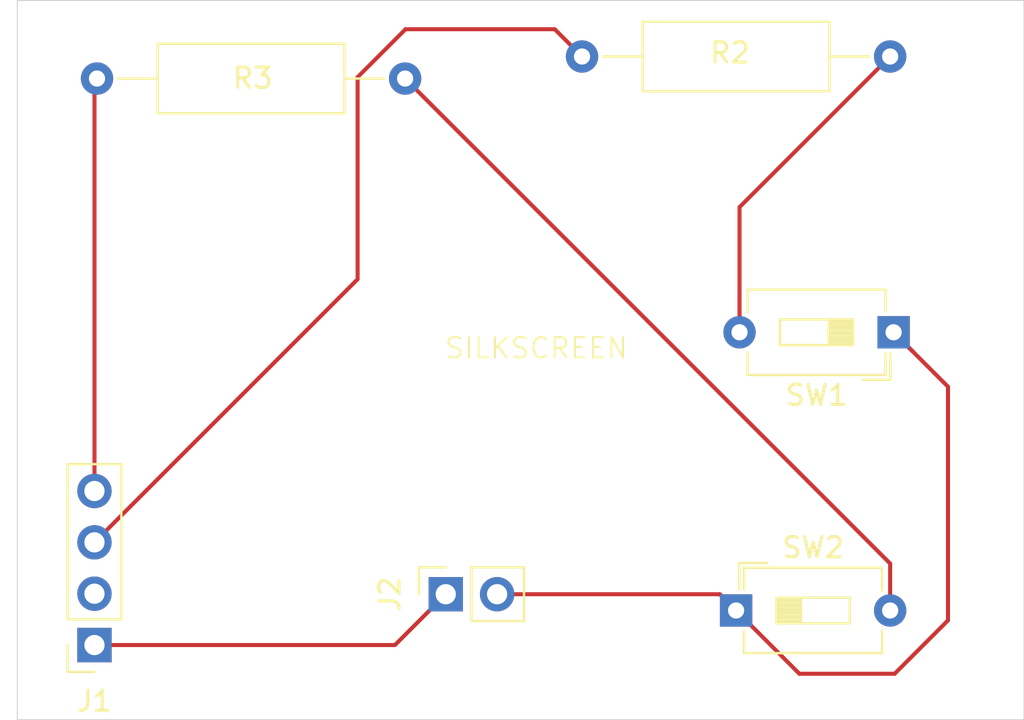
<source format=kicad_pcb>
(kicad_pcb (version 20240108) (generator "pcbnew") (generator_version "8.0")
  (layers (0 "F.Cu" signal) (31 "B.Cu" signal) (34 "B.Paste" user) (35 "F.Paste" user) (36 "B.SilkS" user "B.Silkscreen") (37 "F.SilkS" user "F.Silkscreen") (38 "B.Mask" user) (39 "F.Mask" user) (44 "Edge.Cuts" user))
  (net 0 "")
  (net 1 "/5V")
  (net 2 "Net-(J1-Pin_3)")
  (net 4 "Net-(J1-Pin_4)")
  (net 5 "/GND")
  (net 6 "/LEDR")
  (net 7 "/LEDB")
  (footprint "Resistor_THT:R_Axial_DIN0309_L9.0mm_D3.2mm_P15.24mm_Horizontal" (layer "F.Cu") (at 54.46 23.31)
    (property "Reference" "R3" (at 7.7 -0.02 0) (layer "F.SilkS"))
    (property "Value" "330")
    (fp_line (start 1.04 0) (end 3 0) (stroke (width 0.12)) (layer "F.SilkS"))
    (fp_line (start 3 -1.72) (end 3 1.72) (stroke (width 0.12)) (layer "F.SilkS"))
    (fp_line (start 3 1.72) (end 12.24 1.72) (stroke (width 0.12)) (layer "F.SilkS"))
    (fp_line (start 12.24 -1.72) (end 3 -1.72) (stroke (width 0.12)) (layer "F.SilkS"))
    (fp_line (start 12.24 1.72) (end 12.24 -1.72) (stroke (width 0.12)) (layer "F.SilkS"))
    (fp_line (start 14.2 0) (end 12.24 0) (stroke (width 0.12)) (layer "F.SilkS"))
    (pad "1" thru_hole circle (at 0 0) (size 1.6 1.6) (drill 0.8) (layers "*.Cu" "*.Mask") (net 4 "Net-(J1-Pin_4)"))
    (pad "2" thru_hole oval (at 15.24 0) (size 1.6 1.6) (drill 0.8) (layers "*.Cu" "*.Mask") (net 7 "/LEDB"))
  )
  (footprint "Resistor_THT:R_Axial_DIN0309_L9.0mm_D3.2mm_P15.24mm_Horizontal" (layer "F.Cu") (at 93.69 22.22 180)
    (property "Reference" "R2" (at 7.92 0.18 360) (layer "F.SilkS"))
    (property "Value" "330")
    (fp_line (start 14.2 0) (end 12.24 0) (stroke (width 0.12)) (layer "F.SilkS"))
    (fp_line (start 12.24 1.72) (end 12.24 -1.72) (stroke (width 0.12)) (layer "F.SilkS"))
    (fp_line (start 12.24 -1.72) (end 3 -1.72) (stroke (width 0.12)) (layer "F.SilkS"))
    (fp_line (start 3 1.72) (end 12.24 1.72) (stroke (width 0.12)) (layer "F.SilkS"))
    (fp_line (start 3 -1.72) (end 3 1.72) (stroke (width 0.12)) (layer "F.SilkS"))
    (fp_line (start 1.04 0) (end 3 0) (stroke (width 0.12)) (layer "F.SilkS"))
    (pad "1" thru_hole circle (at 0 0 180) (size 1.6 1.6) (drill 0.8) (layers "*.Cu" "*.Mask") (net 6 "/LEDR"))
    (pad "2" thru_hole oval (at 15.24 0 180) (size 1.6 1.6) (drill 0.8) (layers "*.Cu" "*.Mask") (net 2 "Net-(J1-Pin_3)"))
  )
  (footprint "Connector_PinSocket_2.54mm:PinSocket_1x04_P2.54mm_Vertical" (layer "F.Cu") (at 54.335 51.33 180)
    (property "Reference" "J1" (at 0 -2.77 360) (layer "F.SilkS"))
    (property "Value" "Conn_01x04")
    (fp_line (start 1.33 1.27) (end 1.33 8.95) (stroke (width 0.12)) (layer "F.SilkS"))
    (fp_line (start 1.33 -1.33) (end 1.33 0) (stroke (width 0.12)) (layer "F.SilkS"))
    (fp_line (start 0 -1.33) (end 1.33 -1.33) (stroke (width 0.12)) (layer "F.SilkS"))
    (fp_line (start -1.33 8.95) (end 1.33 8.95) (stroke (width 0.12)) (layer "F.SilkS"))
    (fp_line (start -1.33 1.27) (end 1.33 1.27) (stroke (width 0.12)) (layer "F.SilkS"))
    (fp_line (start -1.33 1.27) (end -1.33 8.95) (stroke (width 0.12)) (layer "F.SilkS"))
    (pad "1" thru_hole rect (at 0 0 180) (size 1.7 1.7) (drill 1) (layers "*.Cu" "*.Mask") (net 1 "/5V"))
    (pad "2" thru_hole oval (at 0 2.54 180) (size 1.7 1.7) (drill 1) (layers "*.Cu" "*.Mask"))
    (pad "3" thru_hole oval (at 0 5.08 180) (size 1.7 1.7) (drill 1) (layers "*.Cu" "*.Mask") (net 2 "Net-(J1-Pin_3)"))
    (pad "4" thru_hole oval (at 0 7.62 180) (size 1.7 1.7) (drill 1) (layers "*.Cu" "*.Mask") (net 4 "Net-(J1-Pin_4)"))
  )
  (footprint "Button_Switch_THT:SW_DIP_SPSTx01_Slide_6.7x4.1mm_W7.62mm_P2.54mm_LowProfile" (layer "F.Cu") (at 93.86 35.86 180)
    (property "Reference" "SW1" (at 3.81 -3.11 360) (layer "F.SilkS"))
    (property "Value" "SW_SPST")
    (fp_line (start 7.221 0.99) (end 7.221 2.11) (stroke (width 0.12)) (layer "F.SilkS"))
    (fp_line (start 7.221 -2.11) (end 7.221 -0.99) (stroke (width 0.12)) (layer "F.SilkS"))
    (fp_line (start 5.62 0.635) (end 5.62 -0.635) (stroke (width 0.12)) (layer "F.SilkS"))
    (fp_line (start 5.62 -0.635) (end 2 -0.635) (stroke (width 0.12)) (layer "F.SilkS"))
    (fp_line (start 3.206667 -0.635) (end 3.206667 0.635) (stroke (width 0.12)) (layer "F.SilkS"))
    (fp_line (start 2 0.635) (end 5.62 0.635) (stroke (width 0.12)) (layer "F.SilkS"))
    (fp_line (start 2 0.565) (end 3.206667 0.565) (stroke (width 0.12)) (layer "F.SilkS"))
    (fp_line (start 2 0.445) (end 3.206667 0.445) (stroke (width 0.12)) (layer "F.SilkS"))
    (fp_line (start 2 0.325) (end 3.206667 0.325) (stroke (width 0.12)) (layer "F.SilkS"))
    (fp_line (start 2 0.205) (end 3.206667 0.205) (stroke (width 0.12)) (layer "F.SilkS"))
    (fp_line (start 2 0.085) (end 3.206667 0.085) (stroke (width 0.12)) (layer "F.SilkS"))
    (fp_line (start 2 -0.035) (end 3.206667 -0.035) (stroke (width 0.12)) (layer "F.SilkS"))
    (fp_line (start 2 -0.155) (end 3.206667 -0.155) (stroke (width 0.12)) (layer "F.SilkS"))
    (fp_line (start 2 -0.275) (end 3.206667 -0.275) (stroke (width 0.12)) (layer "F.SilkS"))
    (fp_line (start 2 -0.395) (end 3.206667 -0.395) (stroke (width 0.12)) (layer "F.SilkS"))
    (fp_line (start 2 -0.515) (end 3.206667 -0.515) (stroke (width 0.12)) (layer "F.SilkS"))
    (fp_line (start 2 -0.635) (end 2 0.635) (stroke (width 0.12)) (layer "F.SilkS"))
    (fp_line (start 0.4 2.11) (end 7.221 2.11) (stroke (width 0.12)) (layer "F.SilkS"))
    (fp_line (start 0.4 1.04) (end 0.4 2.11) (stroke (width 0.12)) (layer "F.SilkS"))
    (fp_line (start 0.4 -2.11) (end 7.221 -2.11) (stroke (width 0.12)) (layer "F.SilkS"))
    (fp_line (start 0.4 -2.11) (end 0.4 -1.04) (stroke (width 0.12)) (layer "F.SilkS"))
    (fp_line (start 0.16 -2.35) (end 1.543 -2.35) (stroke (width 0.12)) (layer "F.SilkS"))
    (fp_line (start 0.16 -2.35) (end 0.16 -1.04) (stroke (width 0.12)) (layer "F.SilkS"))
    (pad "1" thru_hole rect (at 0 0 180) (size 1.6 1.6) (drill 0.8) (layers "*.Cu" "*.Mask") (net 5 "/GND"))
    (pad "2" thru_hole oval (at 7.62 0 180) (size 1.6 1.6) (drill 0.8) (layers "*.Cu" "*.Mask") (net 6 "/LEDR"))
  )
  (footprint "Connector_PinSocket_2.54mm:PinSocket_1x02_P2.54mm_Vertical" (layer "F.Cu") (at 71.71 48.815 90)
    (property "Reference" "J2" (at 0 -2.77 90) (layer "F.SilkS"))
    (property "Value" "Conn_01x02")
    (fp_line (start 1.33 -1.33) (end 1.33 0) (stroke (width 0.12)) (layer "F.SilkS"))
    (fp_line (start 0 -1.33) (end 1.33 -1.33) (stroke (width 0.12)) (layer "F.SilkS"))
    (fp_line (start 1.33 1.27) (end 1.33 3.87) (stroke (width 0.12)) (layer "F.SilkS"))
    (fp_line (start -1.33 1.27) (end 1.33 1.27) (stroke (width 0.12)) (layer "F.SilkS"))
    (fp_line (start -1.33 1.27) (end -1.33 3.87) (stroke (width 0.12)) (layer "F.SilkS"))
    (fp_line (start -1.33 3.87) (end 1.33 3.87) (stroke (width 0.12)) (layer "F.SilkS"))
    (pad "1" thru_hole rect (at 0 0 90) (size 1.7 1.7) (drill 1) (layers "*.Cu" "*.Mask") (net 1 "/5V"))
    (pad "2" thru_hole oval (at 0 2.54 90) (size 1.7 1.7) (drill 1) (layers "*.Cu" "*.Mask") (net 5 "/GND"))
  )
  (footprint "Button_Switch_THT:SW_DIP_SPSTx01_Slide_6.7x4.1mm_W7.62mm_P2.54mm_LowProfile" (layer "F.Cu") (at 86.07 49.62)
    (property "Reference" "SW2" (at 3.81 -3.11 360) (layer "F.SilkS"))
    (property "Value" "SW_SPST")
    (fp_line (start 0.16 -2.35) (end 0.16 -1.04) (stroke (width 0.12)) (layer "F.SilkS"))
    (fp_line (start 0.16 -2.35) (end 1.543 -2.35) (stroke (width 0.12)) (layer "F.SilkS"))
    (fp_line (start 0.4 -2.11) (end 0.4 -1.04) (stroke (width 0.12)) (layer "F.SilkS"))
    (fp_line (start 0.4 -2.11) (end 7.221 -2.11) (stroke (width 0.12)) (layer "F.SilkS"))
    (fp_line (start 0.4 1.04) (end 0.4 2.11) (stroke (width 0.12)) (layer "F.SilkS"))
    (fp_line (start 0.4 2.11) (end 7.221 2.11) (stroke (width 0.12)) (layer "F.SilkS"))
    (fp_line (start 2 -0.635) (end 2 0.635) (stroke (width 0.12)) (layer "F.SilkS"))
    (fp_line (start 2 -0.515) (end 3.206667 -0.515) (stroke (width 0.12)) (layer "F.SilkS"))
    (fp_line (start 2 -0.395) (end 3.206667 -0.395) (stroke (width 0.12)) (layer "F.SilkS"))
    (fp_line (start 2 -0.275) (end 3.206667 -0.275) (stroke (width 0.12)) (layer "F.SilkS"))
    (fp_line (start 2 -0.155) (end 3.206667 -0.155) (stroke (width 0.12)) (layer "F.SilkS"))
    (fp_line (start 2 -0.035) (end 3.206667 -0.035) (stroke (width 0.12)) (layer "F.SilkS"))
    (fp_line (start 2 0.085) (end 3.206667 0.085) (stroke (width 0.12)) (layer "F.SilkS"))
    (fp_line (start 2 0.205) (end 3.206667 0.205) (stroke (width 0.12)) (layer "F.SilkS"))
    (fp_line (start 2 0.325) (end 3.206667 0.325) (stroke (width 0.12)) (layer "F.SilkS"))
    (fp_line (start 2 0.445) (end 3.206667 0.445) (stroke (width 0.12)) (layer "F.SilkS"))
    (fp_line (start 2 0.565) (end 3.206667 0.565) (stroke (width 0.12)) (layer "F.SilkS"))
    (fp_line (start 2 0.635) (end 5.62 0.635) (stroke (width 0.12)) (layer "F.SilkS"))
    (fp_line (start 3.206667 -0.635) (end 3.206667 0.635) (stroke (width 0.12)) (layer "F.SilkS"))
    (fp_line (start 5.62 -0.635) (end 2 -0.635) (stroke (width 0.12)) (layer "F.SilkS"))
    (fp_line (start 5.62 0.635) (end 5.62 -0.635) (stroke (width 0.12)) (layer "F.SilkS"))
    (fp_line (start 7.221 -2.11) (end 7.221 -0.99) (stroke (width 0.12)) (layer "F.SilkS"))
    (fp_line (start 7.221 0.99) (end 7.221 2.11) (stroke (width 0.12)) (layer "F.SilkS"))
    (pad "1" thru_hole rect (at 0 0) (size 1.6 1.6) (drill 0.8) (layers "*.Cu" "*.Mask") (net 5 "/GND"))
    (pad "2" thru_hole oval (at 7.62 0) (size 1.6 1.6) (drill 0.8) (layers "*.Cu" "*.Mask") (net 7 "/LEDB"))
  )
  (gr_rect (start 50.52 19.45) (end 100.31 55.02) (stroke (width 0.05)) (fill none) (layer "Edge.Cuts"))
  (gr_text "SILKSCREEN\n" (at 71.6 37.23 0) (layer "F.SilkS") (effects (font (size 1 1) (thickness 0.1)) (justify left bottom)))
  (segment (start 54.335 51.33) (end 69.195 51.33) (width 0.2) (layer "F.Cu") (net 1))
  (segment (start 69.195 51.33) (end 71.71 48.815) (width 0.2) (layer "F.Cu") (net 1))
  (segment (start 77.1 20.87) (end 78.45 22.22) (width 0.2) (layer "F.Cu") (net 2))
  (segment (start 67.35 33.235) (end 67.35 23.24) (width 0.2) (layer "F.Cu") (net 2))
  (segment (start 69.72 20.87) (end 77.1 20.87) (width 0.2) (layer "F.Cu") (net 2))
  (segment (start 67.35 23.24) (end 69.72 20.87) (width 0.2) (layer "F.Cu") (net 2))
  (segment (start 54.335 46.25) (end 67.35 33.235) (width 0.2) (layer "F.Cu") (net 2))
  (segment (start 54.335 23.435) (end 54.46 23.31) (width 0.2) (layer "F.Cu") (net 4))
  (segment (start 54.335 43.71) (end 54.335 23.435) (width 0.2) (layer "F.Cu") (net 4))
  (segment (start 85.265 48.815) (end 86.07 49.62) (width 0.2) (layer "F.Cu") (net 5))
  (segment (start 93.91 52.75) (end 89.2 52.75) (width 0.2) (layer "F.Cu") (net 5))
  (segment (start 74.25 48.815) (end 85.265 48.815) (width 0.2) (layer "F.Cu") (net 5))
  (segment (start 94.81 36.81) (end 93.86 35.86) (width 0.2) (layer "F.Cu") (net 5))
  (segment (start 96.55 38.55) (end 96.55 50.11) (width 0.2) (layer "F.Cu") (net 5))
  (segment (start 96.55 50.11) (end 93.91 52.75) (width 0.2) (layer "F.Cu") (net 5))
  (segment (start 93.86 35.86) (end 96.55 38.55) (width 0.2) (layer "F.Cu") (net 5))
  (segment (start 89.2 52.75) (end 86.07 49.62) (width 0.2) (layer "F.Cu") (net 5))
  (segment (start 86.24 35.86) (end 86.24 29.67) (width 0.2) (layer "F.Cu") (net 6))
  (segment (start 86.24 29.67) (end 93.69 22.22) (width 0.2) (layer "F.Cu") (net 6))
  (segment (start 93.69 47.3) (end 69.7 23.31) (width 0.2) (layer "F.Cu") (net 7))
  (segment (start 93.69 49.62) (end 93.69 47.3) (width 0.2) (layer "F.Cu") (net 7))
)
</source>
